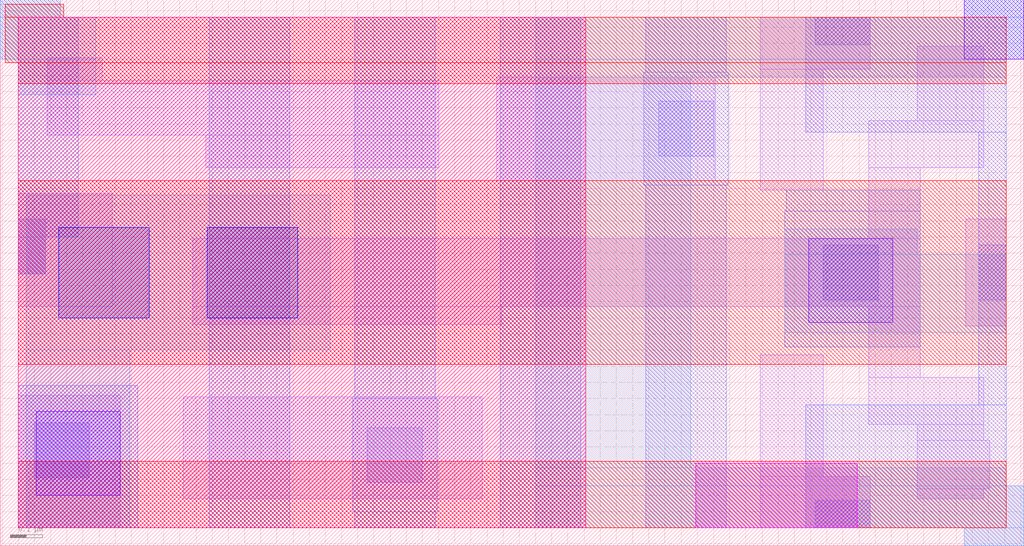
<source format=lef>
# Copyright 2020 The SkyWater PDK Authors
#
# Licensed under the Apache License, Version 2.0 (the "License");
# you may not use this file except in compliance with the License.
# You may obtain a copy of the License at
#
#     https://www.apache.org/licenses/LICENSE-2.0
#
# Unless required by applicable law or agreed to in writing, software
# distributed under the License is distributed on an "AS IS" BASIS,
# WITHOUT WARRANTIES OR CONDITIONS OF ANY KIND, either express or implied.
# See the License for the specific language governing permissions and
# limitations under the License.
#
# SPDX-License-Identifier: Apache-2.0

VERSION 5.7 ;
  NOWIREEXTENSIONATPIN ON ;
  DIVIDERCHAR "/" ;
  BUSBITCHARS "[]" ;
MACRO sky130_fd_bd_sram__sram_dp_swldrv_opt4ci
  CLASS BLOCK ;
  FOREIGN sky130_fd_bd_sram__sram_dp_swldrv_opt4ci ;
  ORIGIN  0.055000  0.055000 ;
  SIZE  3.165000 BY  1.690000 ;
  OBS
    LAYER li1 ;
      RECT 0.000000 0.000000 0.315000 0.410000 ;
      RECT 0.000000 0.685000 0.290000 1.035000 ;
      RECT 0.090000 1.215000 1.300000 1.385000 ;
      RECT 0.090000 1.385000 0.260000 1.455000 ;
      RECT 0.510000 0.090000 1.435000 0.405000 ;
      RECT 0.540000 0.630000 1.495000 0.685000 ;
      RECT 0.540000 0.685000 2.790000 0.895000 ;
      RECT 0.580000 1.115000 1.300000 1.215000 ;
      RECT 1.480000 1.075000 2.155000 1.395000 ;
      RECT 2.295000 0.000000 2.635000 0.160000 ;
      RECT 2.295000 0.160000 2.490000 0.535000 ;
      RECT 2.295000 1.045000 2.490000 1.420000 ;
      RECT 2.295000 1.420000 2.635000 1.580000 ;
      RECT 2.630000 0.320000 2.985000 0.465000 ;
      RECT 2.630000 0.465000 2.790000 0.685000 ;
      RECT 2.630000 0.895000 2.790000 1.115000 ;
      RECT 2.630000 1.115000 2.985000 1.260000 ;
      RECT 2.780000 0.090000 2.985000 0.120000 ;
      RECT 2.780000 0.120000 3.005000 0.270000 ;
      RECT 2.780000 0.270000 2.985000 0.320000 ;
      RECT 2.780000 1.260000 2.985000 1.490000 ;
      RECT 2.930000 0.625000 3.055000 0.955000 ;
    LAYER mcon ;
      RECT 0.000000 0.785000 0.085000 0.955000 ;
      RECT 0.050000 0.155000 0.220000 0.325000 ;
      RECT 1.080000 0.140000 1.250000 0.310000 ;
      RECT 1.980000 1.150000 2.150000 1.320000 ;
      RECT 2.465000 0.000000 2.635000 0.085000 ;
      RECT 2.465000 1.495000 2.635000 1.580000 ;
      RECT 2.490000 0.705000 2.660000 0.875000 ;
      RECT 2.970000 0.705000 3.055000 0.875000 ;
    LAYER met1 ;
      RECT -0.055000  1.450000 0.185000 1.580000 ;
      RECT -0.055000  1.580000 0.130000 1.635000 ;
      RECT  0.000000  0.000000 0.370000 0.440000 ;
      RECT  0.000000  0.785000 0.085000 0.900000 ;
      RECT  0.000000  0.900000 0.185000 1.450000 ;
      RECT  0.590000  0.000000 0.840000 1.580000 ;
      RECT  1.035000  0.050000 1.295000 0.400000 ;
      RECT  1.040000  0.000000 1.290000 0.050000 ;
      RECT  1.040000  0.400000 1.290000 1.580000 ;
      RECT  1.490000  0.000000 1.740000 1.580000 ;
      RECT  1.935000  1.060000 2.195000 1.410000 ;
      RECT  1.940000  0.000000 2.190000 1.060000 ;
      RECT  1.940000  1.410000 2.190000 1.580000 ;
      RECT  2.370000  0.560000 2.790000 0.980000 ;
      RECT  2.375000  0.980000 2.790000 1.045000 ;
      RECT  2.435000  0.000000 3.110000 0.130000 ;
      RECT  2.435000  0.130000 3.055000 0.380000 ;
      RECT  2.435000  1.225000 3.055000 1.450000 ;
      RECT  2.435000  1.450000 3.110000 1.580000 ;
      RECT  2.925000 -0.055000 3.110000 0.000000 ;
      RECT  2.925000  1.580000 3.110000 1.635000 ;
      RECT  2.970000  0.380000 3.055000 1.225000 ;
    LAYER met2 ;
      RECT -0.055000  1.450000 0.240000 1.580000 ;
      RECT -0.055000  1.580000 0.140000 1.620000 ;
      RECT -0.055000  1.620000 0.130000 1.635000 ;
      RECT -0.040000  1.440000 0.240000 1.450000 ;
      RECT  0.000000  1.340000 0.240000 1.440000 ;
      RECT  0.025000  0.000000 0.345000 0.550000 ;
      RECT  0.025000  0.550000 0.965000 1.030000 ;
      RECT  1.600000  0.000000 3.110000 0.130000 ;
      RECT  1.600000  0.130000 3.055000 0.185000 ;
      RECT  1.600000  0.185000 2.080000 1.395000 ;
      RECT  1.600000  1.395000 3.055000 1.450000 ;
      RECT  1.600000  1.450000 3.110000 1.580000 ;
      RECT  2.370000  0.605000 3.055000 0.845000 ;
      RECT  2.370000  0.845000 2.780000 0.925000 ;
      RECT  2.925000 -0.055000 3.110000 0.000000 ;
      RECT  2.925000  1.580000 3.110000 1.635000 ;
    LAYER met3 ;
      RECT -0.040000 1.440000 3.055000 1.580000 ;
      RECT -0.040000 1.580000 0.140000 1.620000 ;
      RECT  0.000000 0.000000 3.055000 0.205000 ;
      RECT  0.000000 0.505000 3.055000 1.075000 ;
      RECT  0.000000 1.375000 3.055000 1.440000 ;
    LAYER nwell ;
      RECT 0.000000 0.000000 1.755000 1.580000 ;
    LAYER pwell ;
      RECT 2.095000 0.000000 2.595000 0.200000 ;
    LAYER via ;
      RECT 0.055000 0.100000 0.315000 0.360000 ;
      RECT 2.445000 0.635000 2.705000 0.895000 ;
      RECT 2.925000 1.450000 3.110000 1.635000 ;
    LAYER via2 ;
      RECT 0.125000 0.650000 0.405000 0.930000 ;
      RECT 0.585000 0.650000 0.865000 0.930000 ;
  END
END sky130_fd_bd_sram__sram_dp_swldrv_opt4ci
END LIBRARY

</source>
